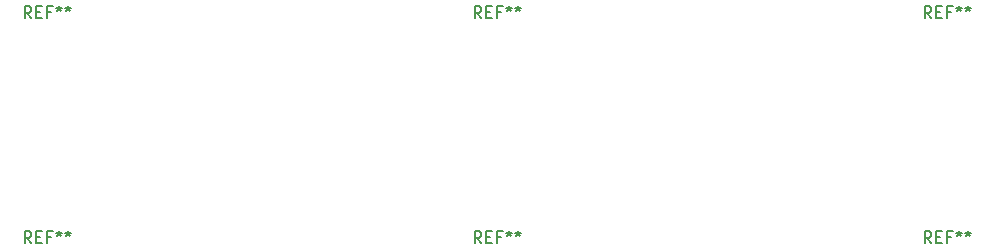
<source format=gbr>
G04 #@! TF.GenerationSoftware,KiCad,Pcbnew,(5.1.7)-1*
G04 #@! TF.CreationDate,2021-01-25T07:51:01+09:00*
G04 #@! TF.ProjectId,pisces_top_plate,70697363-6573-45f7-946f-705f706c6174,rev?*
G04 #@! TF.SameCoordinates,Original*
G04 #@! TF.FileFunction,Legend,Top*
G04 #@! TF.FilePolarity,Positive*
%FSLAX46Y46*%
G04 Gerber Fmt 4.6, Leading zero omitted, Abs format (unit mm)*
G04 Created by KiCad (PCBNEW (5.1.7)-1) date 2021-01-25 07:51:01*
%MOMM*%
%LPD*%
G01*
G04 APERTURE LIST*
%ADD10C,0.150000*%
G04 APERTURE END LIST*
D10*
X134391666Y-79527380D02*
X134058333Y-79051190D01*
X133820238Y-79527380D02*
X133820238Y-78527380D01*
X134201190Y-78527380D01*
X134296428Y-78575000D01*
X134344047Y-78622619D01*
X134391666Y-78717857D01*
X134391666Y-78860714D01*
X134344047Y-78955952D01*
X134296428Y-79003571D01*
X134201190Y-79051190D01*
X133820238Y-79051190D01*
X134820238Y-79003571D02*
X135153571Y-79003571D01*
X135296428Y-79527380D02*
X134820238Y-79527380D01*
X134820238Y-78527380D01*
X135296428Y-78527380D01*
X136058333Y-79003571D02*
X135725000Y-79003571D01*
X135725000Y-79527380D02*
X135725000Y-78527380D01*
X136201190Y-78527380D01*
X136725000Y-78527380D02*
X136725000Y-78765476D01*
X136486904Y-78670238D02*
X136725000Y-78765476D01*
X136963095Y-78670238D01*
X136582142Y-78955952D02*
X136725000Y-78765476D01*
X136867857Y-78955952D01*
X137486904Y-78527380D02*
X137486904Y-78765476D01*
X137248809Y-78670238D02*
X137486904Y-78765476D01*
X137725000Y-78670238D01*
X137344047Y-78955952D02*
X137486904Y-78765476D01*
X137629761Y-78955952D01*
X96291666Y-79527380D02*
X95958333Y-79051190D01*
X95720238Y-79527380D02*
X95720238Y-78527380D01*
X96101190Y-78527380D01*
X96196428Y-78575000D01*
X96244047Y-78622619D01*
X96291666Y-78717857D01*
X96291666Y-78860714D01*
X96244047Y-78955952D01*
X96196428Y-79003571D01*
X96101190Y-79051190D01*
X95720238Y-79051190D01*
X96720238Y-79003571D02*
X97053571Y-79003571D01*
X97196428Y-79527380D02*
X96720238Y-79527380D01*
X96720238Y-78527380D01*
X97196428Y-78527380D01*
X97958333Y-79003571D02*
X97625000Y-79003571D01*
X97625000Y-79527380D02*
X97625000Y-78527380D01*
X98101190Y-78527380D01*
X98625000Y-78527380D02*
X98625000Y-78765476D01*
X98386904Y-78670238D02*
X98625000Y-78765476D01*
X98863095Y-78670238D01*
X98482142Y-78955952D02*
X98625000Y-78765476D01*
X98767857Y-78955952D01*
X99386904Y-78527380D02*
X99386904Y-78765476D01*
X99148809Y-78670238D02*
X99386904Y-78765476D01*
X99625000Y-78670238D01*
X99244047Y-78955952D02*
X99386904Y-78765476D01*
X99529761Y-78955952D01*
X134391666Y-60477380D02*
X134058333Y-60001190D01*
X133820238Y-60477380D02*
X133820238Y-59477380D01*
X134201190Y-59477380D01*
X134296428Y-59525000D01*
X134344047Y-59572619D01*
X134391666Y-59667857D01*
X134391666Y-59810714D01*
X134344047Y-59905952D01*
X134296428Y-59953571D01*
X134201190Y-60001190D01*
X133820238Y-60001190D01*
X134820238Y-59953571D02*
X135153571Y-59953571D01*
X135296428Y-60477380D02*
X134820238Y-60477380D01*
X134820238Y-59477380D01*
X135296428Y-59477380D01*
X136058333Y-59953571D02*
X135725000Y-59953571D01*
X135725000Y-60477380D02*
X135725000Y-59477380D01*
X136201190Y-59477380D01*
X136725000Y-59477380D02*
X136725000Y-59715476D01*
X136486904Y-59620238D02*
X136725000Y-59715476D01*
X136963095Y-59620238D01*
X136582142Y-59905952D02*
X136725000Y-59715476D01*
X136867857Y-59905952D01*
X137486904Y-59477380D02*
X137486904Y-59715476D01*
X137248809Y-59620238D02*
X137486904Y-59715476D01*
X137725000Y-59620238D01*
X137344047Y-59905952D02*
X137486904Y-59715476D01*
X137629761Y-59905952D01*
X96291666Y-60477380D02*
X95958333Y-60001190D01*
X95720238Y-60477380D02*
X95720238Y-59477380D01*
X96101190Y-59477380D01*
X96196428Y-59525000D01*
X96244047Y-59572619D01*
X96291666Y-59667857D01*
X96291666Y-59810714D01*
X96244047Y-59905952D01*
X96196428Y-59953571D01*
X96101190Y-60001190D01*
X95720238Y-60001190D01*
X96720238Y-59953571D02*
X97053571Y-59953571D01*
X97196428Y-60477380D02*
X96720238Y-60477380D01*
X96720238Y-59477380D01*
X97196428Y-59477380D01*
X97958333Y-59953571D02*
X97625000Y-59953571D01*
X97625000Y-60477380D02*
X97625000Y-59477380D01*
X98101190Y-59477380D01*
X98625000Y-59477380D02*
X98625000Y-59715476D01*
X98386904Y-59620238D02*
X98625000Y-59715476D01*
X98863095Y-59620238D01*
X98482142Y-59905952D02*
X98625000Y-59715476D01*
X98767857Y-59905952D01*
X99386904Y-59477380D02*
X99386904Y-59715476D01*
X99148809Y-59620238D02*
X99386904Y-59715476D01*
X99625000Y-59620238D01*
X99244047Y-59905952D02*
X99386904Y-59715476D01*
X99529761Y-59905952D01*
X58191666Y-79527380D02*
X57858333Y-79051190D01*
X57620238Y-79527380D02*
X57620238Y-78527380D01*
X58001190Y-78527380D01*
X58096428Y-78575000D01*
X58144047Y-78622619D01*
X58191666Y-78717857D01*
X58191666Y-78860714D01*
X58144047Y-78955952D01*
X58096428Y-79003571D01*
X58001190Y-79051190D01*
X57620238Y-79051190D01*
X58620238Y-79003571D02*
X58953571Y-79003571D01*
X59096428Y-79527380D02*
X58620238Y-79527380D01*
X58620238Y-78527380D01*
X59096428Y-78527380D01*
X59858333Y-79003571D02*
X59525000Y-79003571D01*
X59525000Y-79527380D02*
X59525000Y-78527380D01*
X60001190Y-78527380D01*
X60525000Y-78527380D02*
X60525000Y-78765476D01*
X60286904Y-78670238D02*
X60525000Y-78765476D01*
X60763095Y-78670238D01*
X60382142Y-78955952D02*
X60525000Y-78765476D01*
X60667857Y-78955952D01*
X61286904Y-78527380D02*
X61286904Y-78765476D01*
X61048809Y-78670238D02*
X61286904Y-78765476D01*
X61525000Y-78670238D01*
X61144047Y-78955952D02*
X61286904Y-78765476D01*
X61429761Y-78955952D01*
X58191666Y-60477380D02*
X57858333Y-60001190D01*
X57620238Y-60477380D02*
X57620238Y-59477380D01*
X58001190Y-59477380D01*
X58096428Y-59525000D01*
X58144047Y-59572619D01*
X58191666Y-59667857D01*
X58191666Y-59810714D01*
X58144047Y-59905952D01*
X58096428Y-59953571D01*
X58001190Y-60001190D01*
X57620238Y-60001190D01*
X58620238Y-59953571D02*
X58953571Y-59953571D01*
X59096428Y-60477380D02*
X58620238Y-60477380D01*
X58620238Y-59477380D01*
X59096428Y-59477380D01*
X59858333Y-59953571D02*
X59525000Y-59953571D01*
X59525000Y-60477380D02*
X59525000Y-59477380D01*
X60001190Y-59477380D01*
X60525000Y-59477380D02*
X60525000Y-59715476D01*
X60286904Y-59620238D02*
X60525000Y-59715476D01*
X60763095Y-59620238D01*
X60382142Y-59905952D02*
X60525000Y-59715476D01*
X60667857Y-59905952D01*
X61286904Y-59477380D02*
X61286904Y-59715476D01*
X61048809Y-59620238D02*
X61286904Y-59715476D01*
X61525000Y-59620238D01*
X61144047Y-59905952D02*
X61286904Y-59715476D01*
X61429761Y-59905952D01*
M02*

</source>
